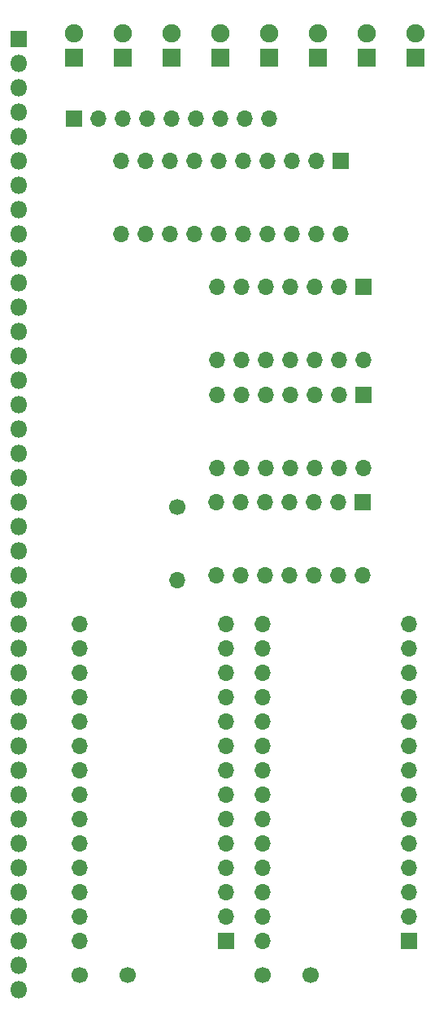
<source format=gbr>
%TF.GenerationSoftware,KiCad,Pcbnew,5.1.6-c6e7f7d~87~ubuntu18.04.1*%
%TF.CreationDate,2020-10-23T19:42:14+01:00*%
%TF.ProjectId,Banked_ROM,42616e6b-6564-45f5-924f-4d2e6b696361,rev?*%
%TF.SameCoordinates,Original*%
%TF.FileFunction,Soldermask,Bot*%
%TF.FilePolarity,Negative*%
%FSLAX46Y46*%
G04 Gerber Fmt 4.6, Leading zero omitted, Abs format (unit mm)*
G04 Created by KiCad (PCBNEW 5.1.6-c6e7f7d~87~ubuntu18.04.1) date 2020-10-23 19:42:14*
%MOMM*%
%LPD*%
G01*
G04 APERTURE LIST*
%ADD10O,1.700000X1.700000*%
%ADD11R,1.700000X1.700000*%
%ADD12C,1.700000*%
%ADD13O,1.800000X1.800000*%
%ADD14R,1.800000X1.800000*%
%ADD15C,1.900000*%
%ADD16R,1.900000X1.900000*%
G04 APERTURE END LIST*
D10*
%TO.C,U6*%
X130048000Y-66040000D03*
X107188000Y-58420000D03*
X127508000Y-66040000D03*
X109728000Y-58420000D03*
X124968000Y-66040000D03*
X112268000Y-58420000D03*
X122428000Y-66040000D03*
X114808000Y-58420000D03*
X119888000Y-66040000D03*
X117348000Y-58420000D03*
X117348000Y-66040000D03*
X119888000Y-58420000D03*
X114808000Y-66040000D03*
X122428000Y-58420000D03*
X112268000Y-66040000D03*
X124968000Y-58420000D03*
X109728000Y-66040000D03*
X127508000Y-58420000D03*
X107188000Y-66040000D03*
D11*
X130048000Y-58420000D03*
%TD*%
D10*
%TO.C,U7*%
X102870000Y-139700000D03*
X118110000Y-106680000D03*
X102870000Y-137160000D03*
X118110000Y-109220000D03*
X102870000Y-134620000D03*
X118110000Y-111760000D03*
X102870000Y-132080000D03*
X118110000Y-114300000D03*
X102870000Y-129540000D03*
X118110000Y-116840000D03*
X102870000Y-127000000D03*
X118110000Y-119380000D03*
X102870000Y-124460000D03*
X118110000Y-121920000D03*
X102870000Y-121920000D03*
X118110000Y-124460000D03*
X102870000Y-119380000D03*
X118110000Y-127000000D03*
X102870000Y-116840000D03*
X118110000Y-129540000D03*
X102870000Y-114300000D03*
X118110000Y-132080000D03*
X102870000Y-111760000D03*
X118110000Y-134620000D03*
X102870000Y-109220000D03*
X118110000Y-137160000D03*
X102870000Y-106680000D03*
D11*
X118110000Y-139700000D03*
%TD*%
D10*
%TO.C,U5*%
X121920000Y-139700000D03*
X137160000Y-106680000D03*
X121920000Y-137160000D03*
X137160000Y-109220000D03*
X121920000Y-134620000D03*
X137160000Y-111760000D03*
X121920000Y-132080000D03*
X137160000Y-114300000D03*
X121920000Y-129540000D03*
X137160000Y-116840000D03*
X121920000Y-127000000D03*
X137160000Y-119380000D03*
X121920000Y-124460000D03*
X137160000Y-121920000D03*
X121920000Y-121920000D03*
X137160000Y-124460000D03*
X121920000Y-119380000D03*
X137160000Y-127000000D03*
X121920000Y-116840000D03*
X137160000Y-129540000D03*
X121920000Y-114300000D03*
X137160000Y-132080000D03*
X121920000Y-111760000D03*
X137160000Y-134620000D03*
X121920000Y-109220000D03*
X137160000Y-137160000D03*
X121920000Y-106680000D03*
D11*
X137160000Y-139700000D03*
%TD*%
D10*
%TO.C,U3*%
X132364480Y-79090520D03*
X117124480Y-71470520D03*
X129824480Y-79090520D03*
X119664480Y-71470520D03*
X127284480Y-79090520D03*
X122204480Y-71470520D03*
X124744480Y-79090520D03*
X124744480Y-71470520D03*
X122204480Y-79090520D03*
X127284480Y-71470520D03*
X119664480Y-79090520D03*
X129824480Y-71470520D03*
X117124480Y-79090520D03*
D11*
X132364480Y-71470520D03*
%TD*%
D10*
%TO.C,U2*%
X132346700Y-90375740D03*
X117106700Y-82755740D03*
X129806700Y-90375740D03*
X119646700Y-82755740D03*
X127266700Y-90375740D03*
X122186700Y-82755740D03*
X124726700Y-90375740D03*
X124726700Y-82755740D03*
X122186700Y-90375740D03*
X127266700Y-82755740D03*
X119646700Y-90375740D03*
X129806700Y-82755740D03*
X117106700Y-90375740D03*
D11*
X132346700Y-82755740D03*
%TD*%
D10*
%TO.C,U1*%
X132334000Y-101600000D03*
X117094000Y-93980000D03*
X129794000Y-101600000D03*
X119634000Y-93980000D03*
X127254000Y-101600000D03*
X122174000Y-93980000D03*
X124714000Y-101600000D03*
X124714000Y-93980000D03*
X122174000Y-101600000D03*
X127254000Y-93980000D03*
X119634000Y-101600000D03*
X129794000Y-93980000D03*
X117094000Y-101600000D03*
D11*
X132334000Y-93980000D03*
%TD*%
D10*
%TO.C,RN1*%
X122555000Y-53975000D03*
X120015000Y-53975000D03*
X117475000Y-53975000D03*
X114935000Y-53975000D03*
X112395000Y-53975000D03*
X109855000Y-53975000D03*
X107315000Y-53975000D03*
X104775000Y-53975000D03*
D11*
X102235000Y-53975000D03*
%TD*%
D10*
%TO.C,R1*%
X113030000Y-102108000D03*
D12*
X113030000Y-94488000D03*
%TD*%
D13*
%TO.C,J1*%
X96520000Y-144780000D03*
X96520000Y-142240000D03*
X96520000Y-139700000D03*
X96520000Y-137160000D03*
X96520000Y-134620000D03*
X96520000Y-132080000D03*
X96520000Y-129540000D03*
X96520000Y-127000000D03*
X96520000Y-124460000D03*
X96520000Y-121920000D03*
X96520000Y-119380000D03*
X96520000Y-116840000D03*
X96520000Y-114300000D03*
X96520000Y-111760000D03*
X96520000Y-109220000D03*
X96520000Y-106680000D03*
X96520000Y-104140000D03*
X96520000Y-101600000D03*
X96520000Y-99060000D03*
X96520000Y-96520000D03*
X96520000Y-93980000D03*
X96520000Y-91440000D03*
X96520000Y-88900000D03*
X96520000Y-86360000D03*
X96520000Y-83820000D03*
X96520000Y-81280000D03*
X96520000Y-78740000D03*
X96520000Y-76200000D03*
X96520000Y-73660000D03*
X96520000Y-71120000D03*
X96520000Y-68580000D03*
X96520000Y-66040000D03*
X96520000Y-63500000D03*
X96520000Y-60960000D03*
X96520000Y-58420000D03*
X96520000Y-55880000D03*
X96520000Y-53340000D03*
X96520000Y-50800000D03*
X96520000Y-48260000D03*
D14*
X96520000Y-45720000D03*
%TD*%
D15*
%TO.C,D8*%
X137795000Y-45085000D03*
D16*
X137795000Y-47625000D03*
%TD*%
D15*
%TO.C,D7*%
X132715000Y-45085000D03*
D16*
X132715000Y-47625000D03*
%TD*%
D15*
%TO.C,D6*%
X127635000Y-45085000D03*
D16*
X127635000Y-47625000D03*
%TD*%
D15*
%TO.C,D5*%
X122555000Y-45085000D03*
D16*
X122555000Y-47625000D03*
%TD*%
D15*
%TO.C,D4*%
X117475000Y-45085000D03*
D16*
X117475000Y-47625000D03*
%TD*%
D15*
%TO.C,D3*%
X112395000Y-45085000D03*
D16*
X112395000Y-47625000D03*
%TD*%
D15*
%TO.C,D2*%
X107315000Y-45085000D03*
D16*
X107315000Y-47625000D03*
%TD*%
D15*
%TO.C,D1*%
X102235000Y-45085000D03*
D16*
X102235000Y-47625000D03*
%TD*%
D12*
%TO.C,C2*%
X107870000Y-143256000D03*
X102870000Y-143256000D03*
%TD*%
%TO.C,C1*%
X126920000Y-143256000D03*
X121920000Y-143256000D03*
%TD*%
M02*

</source>
